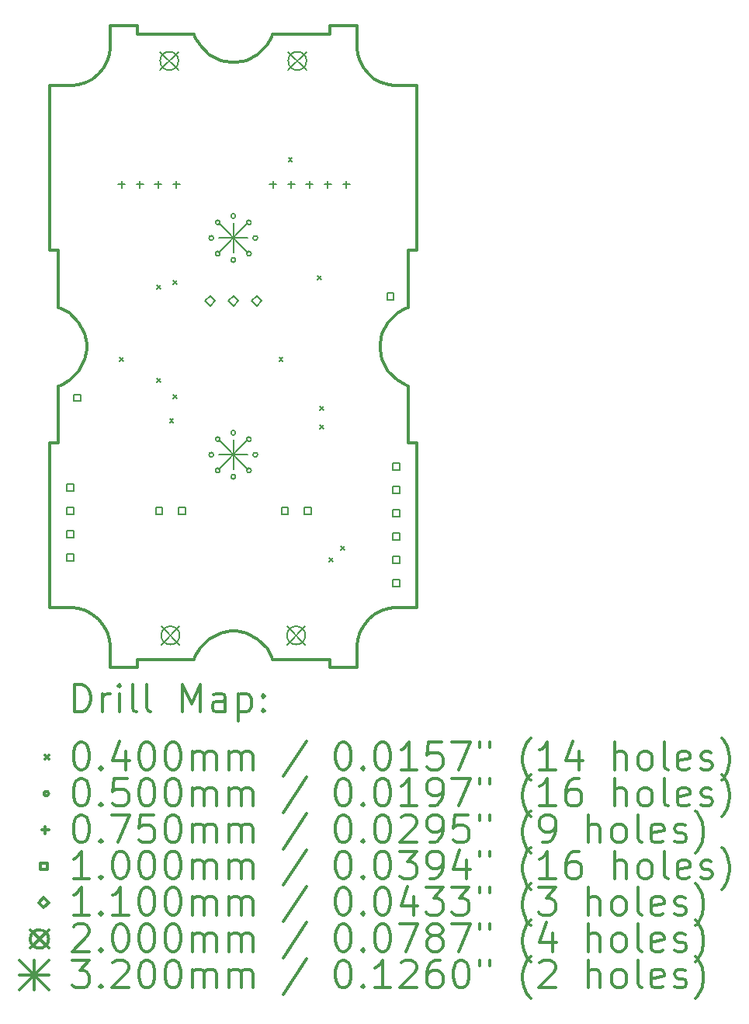
<source format=gbr>
%FSLAX45Y45*%
G04 Gerber Fmt 4.5, Leading zero omitted, Abs format (unit mm)*
G04 Created by KiCad (PCBNEW (5.1.10-1-10_14)) date 2021-12-02 22:53:45*
%MOMM*%
%LPD*%
G01*
G04 APERTURE LIST*
%TA.AperFunction,Profile*%
%ADD10C,0.330078*%
%TD*%
%ADD11C,0.200000*%
%ADD12C,0.300000*%
G04 APERTURE END LIST*
D10*
X16588534Y-4113199D02*
X16588534Y-4113199D01*
X16290899Y-4113199D02*
X16588534Y-4113199D01*
X16290899Y-4203175D02*
X16290899Y-4113199D01*
X15670417Y-4203175D02*
X16290899Y-4203175D01*
X15659570Y-4235968D02*
X15670417Y-4203175D01*
X15606367Y-4327658D02*
X15659570Y-4235968D01*
X15508502Y-4425865D02*
X15606367Y-4327658D01*
X15384279Y-4490313D02*
X15508502Y-4425865D01*
X15277029Y-4513501D02*
X15384279Y-4490313D01*
X15241295Y-4513501D02*
X15277029Y-4513501D01*
X15205496Y-4513501D02*
X15241295Y-4513501D01*
X15098197Y-4490313D02*
X15205496Y-4513501D01*
X14973982Y-4425865D02*
X15098197Y-4490313D01*
X14876117Y-4327658D02*
X14973982Y-4425865D01*
X14822914Y-4235968D02*
X14876117Y-4327658D01*
X14812108Y-4203175D02*
X14822914Y-4235968D01*
X14191675Y-4203175D02*
X14812108Y-4203175D01*
X14191675Y-4113199D02*
X14191675Y-4203175D01*
X13894040Y-4113199D02*
X14191675Y-4113199D01*
X13894040Y-4335011D02*
X13894040Y-4113199D01*
X13894040Y-4356705D02*
X13894040Y-4335011D01*
X13885265Y-4421859D02*
X13894040Y-4356705D01*
X13860102Y-4502752D02*
X13885265Y-4421859D01*
X13820338Y-4575966D02*
X13860102Y-4502752D01*
X13767660Y-4639788D02*
X13820338Y-4575966D01*
X13703830Y-4692471D02*
X13767660Y-4639788D01*
X13630612Y-4732234D02*
X13703830Y-4692471D01*
X13549724Y-4757398D02*
X13630612Y-4732234D01*
X13484572Y-4766164D02*
X13549724Y-4757398D01*
X13462885Y-4766164D02*
X13484572Y-4766164D01*
X13241069Y-4766164D02*
X13462885Y-4766164D01*
X13241069Y-6561147D02*
X13241069Y-4766164D01*
X13331039Y-6561147D02*
X13241069Y-6561147D01*
X13331039Y-7181979D02*
X13331039Y-6561147D01*
X13363746Y-7192866D02*
X13331039Y-7181979D01*
X13455082Y-7246117D02*
X13363746Y-7192866D01*
X13552942Y-7343934D02*
X13455082Y-7246117D01*
X13617124Y-7467979D02*
X13552942Y-7343934D01*
X13640222Y-7575058D02*
X13617124Y-7467979D01*
X13640222Y-7610767D02*
X13640222Y-7575058D01*
X13640222Y-7646420D02*
X13640222Y-7610767D01*
X13617124Y-7753540D02*
X13640222Y-7646420D01*
X13552942Y-7877576D02*
X13617124Y-7753540D01*
X13455082Y-7975393D02*
X13552942Y-7877576D01*
X13363746Y-8028693D02*
X13455082Y-7975393D01*
X13331039Y-8039581D02*
X13363746Y-8028693D01*
X13331039Y-8660371D02*
X13331039Y-8039581D01*
X13241069Y-8660371D02*
X13331039Y-8660371D01*
X13241069Y-10455387D02*
X13241069Y-8660371D01*
X13462885Y-10455387D02*
X13241069Y-10455387D01*
X13484572Y-10455387D02*
X13462885Y-10455387D01*
X13549724Y-10464121D02*
X13484572Y-10455387D01*
X13630612Y-10489293D02*
X13549724Y-10464121D01*
X13703830Y-10529048D02*
X13630612Y-10489293D01*
X13767660Y-10581727D02*
X13703830Y-10529048D01*
X13820338Y-10645557D02*
X13767660Y-10581727D01*
X13860102Y-10718775D02*
X13820338Y-10645557D01*
X13885265Y-10799663D02*
X13860102Y-10718775D01*
X13894040Y-10864815D02*
X13885265Y-10799663D01*
X13894040Y-10886547D02*
X13894040Y-10864815D01*
X13894040Y-11108318D02*
X13894040Y-10886547D01*
X14191675Y-11108318D02*
X13894040Y-11108318D01*
X14191675Y-11018393D02*
X14191675Y-11108318D01*
X14812774Y-11018393D02*
X14191675Y-11018393D01*
X14823711Y-10985728D02*
X14812774Y-11018393D01*
X14877043Y-10894658D02*
X14823711Y-10985728D01*
X14974811Y-10797063D02*
X14877043Y-10894658D01*
X15098734Y-10733057D02*
X14974811Y-10797063D01*
X15205618Y-10710090D02*
X15098734Y-10733057D01*
X15241295Y-10710090D02*
X15205618Y-10710090D01*
X15276907Y-10710090D02*
X15241295Y-10710090D01*
X15383791Y-10733057D02*
X15276907Y-10710090D01*
X15507665Y-10797063D02*
X15383791Y-10733057D01*
X15605482Y-10894658D02*
X15507665Y-10797063D01*
X15658782Y-10985728D02*
X15605482Y-10894658D01*
X15669751Y-11018393D02*
X15658782Y-10985728D01*
X16290899Y-11018393D02*
X15669751Y-11018393D01*
X16290899Y-11108318D02*
X16290899Y-11018393D01*
X16588534Y-11108318D02*
X16290899Y-11108318D01*
X16588534Y-10886547D02*
X16588534Y-11108318D01*
X16588534Y-10864815D02*
X16588534Y-10886547D01*
X16597260Y-10799663D02*
X16588534Y-10864815D01*
X16622431Y-10718775D02*
X16597260Y-10799663D01*
X16662195Y-10645557D02*
X16622431Y-10718775D01*
X16714829Y-10581727D02*
X16662195Y-10645557D01*
X16778651Y-10529048D02*
X16714829Y-10581727D01*
X16851873Y-10489293D02*
X16778651Y-10529048D01*
X16932758Y-10464121D02*
X16851873Y-10489293D01*
X16997920Y-10455387D02*
X16932758Y-10464121D01*
X17019638Y-10455387D02*
X16997920Y-10455387D01*
X17240541Y-10455387D02*
X17019638Y-10455387D01*
X17240541Y-8660371D02*
X17240541Y-10455387D01*
X17150564Y-8660371D02*
X17240541Y-8660371D01*
X17150564Y-8038386D02*
X17150564Y-8660371D01*
X17117772Y-8027629D02*
X17150564Y-8038386D01*
X17026252Y-7974727D02*
X17117772Y-8027629D01*
X16928175Y-7877227D02*
X17026252Y-7974727D01*
X16863776Y-7753402D02*
X16928175Y-7877227D01*
X16840677Y-7646420D02*
X16863776Y-7753402D01*
X16840677Y-7610767D02*
X16840677Y-7646420D01*
X16840677Y-7575091D02*
X16840677Y-7610767D01*
X16863776Y-7468117D02*
X16840677Y-7575091D01*
X16928175Y-7344243D02*
X16863776Y-7468117D01*
X17026252Y-7246784D02*
X16928175Y-7344243D01*
X17117772Y-7193882D02*
X17026252Y-7246784D01*
X17150564Y-7183173D02*
X17117772Y-7193882D01*
X17150564Y-6561147D02*
X17150564Y-7183173D01*
X17240541Y-6561147D02*
X17150564Y-6561147D01*
X17240541Y-4766164D02*
X17240541Y-6561147D01*
X17019638Y-4766164D02*
X17240541Y-4766164D01*
X16997920Y-4766164D02*
X17019638Y-4766164D01*
X16932758Y-4757398D02*
X16997920Y-4766164D01*
X16851873Y-4732234D02*
X16932758Y-4757398D01*
X16778651Y-4692471D02*
X16851873Y-4732234D01*
X16714829Y-4639788D02*
X16778651Y-4692471D01*
X16662195Y-4575966D02*
X16714829Y-4639788D01*
X16622431Y-4502752D02*
X16662195Y-4575966D01*
X16597260Y-4421859D02*
X16622431Y-4502752D01*
X16588534Y-4356705D02*
X16597260Y-4421859D01*
X16588534Y-4335011D02*
X16588534Y-4356705D01*
X16588534Y-4113199D02*
X16588534Y-4335011D01*
D11*
X14000800Y-7727000D02*
X14040800Y-7767000D01*
X14040800Y-7727000D02*
X14000800Y-7767000D01*
X14407200Y-6939600D02*
X14447200Y-6979600D01*
X14447200Y-6939600D02*
X14407200Y-6979600D01*
X14407200Y-7955600D02*
X14447200Y-7995600D01*
X14447200Y-7955600D02*
X14407200Y-7995600D01*
X14546900Y-8400100D02*
X14586900Y-8440100D01*
X14586900Y-8400100D02*
X14546900Y-8440100D01*
X14585000Y-6888800D02*
X14625000Y-6928800D01*
X14625000Y-6888800D02*
X14585000Y-6928800D01*
X14585000Y-8133400D02*
X14625000Y-8173400D01*
X14625000Y-8133400D02*
X14585000Y-8173400D01*
X15740700Y-7727000D02*
X15780700Y-7767000D01*
X15780700Y-7727000D02*
X15740700Y-7767000D01*
X15842300Y-5555300D02*
X15882300Y-5595300D01*
X15882300Y-5555300D02*
X15842300Y-5595300D01*
X16159800Y-6838000D02*
X16199800Y-6878000D01*
X16199800Y-6838000D02*
X16159800Y-6878000D01*
X16185200Y-8260400D02*
X16225200Y-8300400D01*
X16225200Y-8260400D02*
X16185200Y-8300400D01*
X16185200Y-8260400D02*
X16225200Y-8300400D01*
X16225200Y-8260400D02*
X16185200Y-8300400D01*
X16185200Y-8463600D02*
X16225200Y-8503600D01*
X16225200Y-8463600D02*
X16185200Y-8503600D01*
X16286800Y-9911400D02*
X16326800Y-9951400D01*
X16326800Y-9911400D02*
X16286800Y-9951400D01*
X16413800Y-9784400D02*
X16453800Y-9824400D01*
X16453800Y-9784400D02*
X16413800Y-9824400D01*
X15025000Y-6426200D02*
G75*
G03*
X15025000Y-6426200I-25000J0D01*
G01*
X15025000Y-8788400D02*
G75*
G03*
X15025000Y-8788400I-25000J0D01*
G01*
X15095294Y-6256494D02*
G75*
G03*
X15095294Y-6256494I-25000J0D01*
G01*
X15095294Y-6595906D02*
G75*
G03*
X15095294Y-6595906I-25000J0D01*
G01*
X15095294Y-8618694D02*
G75*
G03*
X15095294Y-8618694I-25000J0D01*
G01*
X15095294Y-8958106D02*
G75*
G03*
X15095294Y-8958106I-25000J0D01*
G01*
X15265000Y-6186200D02*
G75*
G03*
X15265000Y-6186200I-25000J0D01*
G01*
X15265000Y-6666200D02*
G75*
G03*
X15265000Y-6666200I-25000J0D01*
G01*
X15265000Y-8548400D02*
G75*
G03*
X15265000Y-8548400I-25000J0D01*
G01*
X15265000Y-9028400D02*
G75*
G03*
X15265000Y-9028400I-25000J0D01*
G01*
X15434706Y-6256494D02*
G75*
G03*
X15434706Y-6256494I-25000J0D01*
G01*
X15434706Y-6595906D02*
G75*
G03*
X15434706Y-6595906I-25000J0D01*
G01*
X15434706Y-8618694D02*
G75*
G03*
X15434706Y-8618694I-25000J0D01*
G01*
X15434706Y-8958106D02*
G75*
G03*
X15434706Y-8958106I-25000J0D01*
G01*
X15505000Y-6426200D02*
G75*
G03*
X15505000Y-6426200I-25000J0D01*
G01*
X15505000Y-8788400D02*
G75*
G03*
X15505000Y-8788400I-25000J0D01*
G01*
X14020800Y-5804500D02*
X14020800Y-5879500D01*
X13983300Y-5842000D02*
X14058300Y-5842000D01*
X14220800Y-5804500D02*
X14220800Y-5879500D01*
X14183300Y-5842000D02*
X14258300Y-5842000D01*
X14420800Y-5804500D02*
X14420800Y-5879500D01*
X14383300Y-5842000D02*
X14458300Y-5842000D01*
X14620800Y-5804500D02*
X14620800Y-5879500D01*
X14583300Y-5842000D02*
X14658300Y-5842000D01*
X15671800Y-5804500D02*
X15671800Y-5879500D01*
X15634300Y-5842000D02*
X15709300Y-5842000D01*
X15871800Y-5804500D02*
X15871800Y-5879500D01*
X15834300Y-5842000D02*
X15909300Y-5842000D01*
X16071800Y-5804500D02*
X16071800Y-5879500D01*
X16034300Y-5842000D02*
X16109300Y-5842000D01*
X16271800Y-5804500D02*
X16271800Y-5879500D01*
X16234300Y-5842000D02*
X16309300Y-5842000D01*
X16471800Y-5804500D02*
X16471800Y-5879500D01*
X16434300Y-5842000D02*
X16509300Y-5842000D01*
X13497356Y-9179356D02*
X13497356Y-9108644D01*
X13426644Y-9108644D01*
X13426644Y-9179356D01*
X13497356Y-9179356D01*
X13497356Y-9433356D02*
X13497356Y-9362644D01*
X13426644Y-9362644D01*
X13426644Y-9433356D01*
X13497356Y-9433356D01*
X13497356Y-9687356D02*
X13497356Y-9616644D01*
X13426644Y-9616644D01*
X13426644Y-9687356D01*
X13497356Y-9687356D01*
X13497356Y-9941356D02*
X13497356Y-9870644D01*
X13426644Y-9870644D01*
X13426644Y-9941356D01*
X13497356Y-9941356D01*
X13573556Y-8201456D02*
X13573556Y-8130744D01*
X13502844Y-8130744D01*
X13502844Y-8201456D01*
X13573556Y-8201456D01*
X14466556Y-9433356D02*
X14466556Y-9362644D01*
X14395844Y-9362644D01*
X14395844Y-9433356D01*
X14466556Y-9433356D01*
X14716556Y-9433356D02*
X14716556Y-9362644D01*
X14645844Y-9362644D01*
X14645844Y-9433356D01*
X14716556Y-9433356D01*
X15838156Y-9433356D02*
X15838156Y-9362644D01*
X15767444Y-9362644D01*
X15767444Y-9433356D01*
X15838156Y-9433356D01*
X16088156Y-9433356D02*
X16088156Y-9362644D01*
X16017444Y-9362644D01*
X16017444Y-9433356D01*
X16088156Y-9433356D01*
X16989856Y-7096556D02*
X16989856Y-7025844D01*
X16919144Y-7025844D01*
X16919144Y-7096556D01*
X16989856Y-7096556D01*
X17053356Y-8950756D02*
X17053356Y-8880044D01*
X16982644Y-8880044D01*
X16982644Y-8950756D01*
X17053356Y-8950756D01*
X17053356Y-9204756D02*
X17053356Y-9134044D01*
X16982644Y-9134044D01*
X16982644Y-9204756D01*
X17053356Y-9204756D01*
X17053356Y-9458756D02*
X17053356Y-9388044D01*
X16982644Y-9388044D01*
X16982644Y-9458756D01*
X17053356Y-9458756D01*
X17053356Y-9712756D02*
X17053356Y-9642044D01*
X16982644Y-9642044D01*
X16982644Y-9712756D01*
X17053356Y-9712756D01*
X17053356Y-9966756D02*
X17053356Y-9896044D01*
X16982644Y-9896044D01*
X16982644Y-9966756D01*
X17053356Y-9966756D01*
X17053356Y-10220756D02*
X17053356Y-10150044D01*
X16982644Y-10150044D01*
X16982644Y-10220756D01*
X17053356Y-10220756D01*
X14986000Y-7167000D02*
X15041000Y-7112000D01*
X14986000Y-7057000D01*
X14931000Y-7112000D01*
X14986000Y-7167000D01*
X15240000Y-7167000D02*
X15295000Y-7112000D01*
X15240000Y-7057000D01*
X15185000Y-7112000D01*
X15240000Y-7167000D01*
X15494000Y-7167000D02*
X15549000Y-7112000D01*
X15494000Y-7057000D01*
X15439000Y-7112000D01*
X15494000Y-7167000D01*
X14441500Y-4395800D02*
X14641500Y-4595800D01*
X14641500Y-4395800D02*
X14441500Y-4595800D01*
X14641500Y-4495800D02*
G75*
G03*
X14641500Y-4495800I-100000J0D01*
G01*
X14454200Y-10656900D02*
X14654200Y-10856900D01*
X14654200Y-10656900D02*
X14454200Y-10856900D01*
X14654200Y-10756900D02*
G75*
G03*
X14654200Y-10756900I-100000J0D01*
G01*
X15825800Y-10656900D02*
X16025800Y-10856900D01*
X16025800Y-10656900D02*
X15825800Y-10856900D01*
X16025800Y-10756900D02*
G75*
G03*
X16025800Y-10756900I-100000J0D01*
G01*
X15838500Y-4395800D02*
X16038500Y-4595800D01*
X16038500Y-4395800D02*
X15838500Y-4595800D01*
X16038500Y-4495800D02*
G75*
G03*
X16038500Y-4495800I-100000J0D01*
G01*
X15080000Y-6266200D02*
X15400000Y-6586200D01*
X15400000Y-6266200D02*
X15080000Y-6586200D01*
X15240000Y-6266200D02*
X15240000Y-6586200D01*
X15080000Y-6426200D02*
X15400000Y-6426200D01*
X15080000Y-8628400D02*
X15400000Y-8948400D01*
X15400000Y-8628400D02*
X15080000Y-8948400D01*
X15240000Y-8628400D02*
X15240000Y-8948400D01*
X15080000Y-8788400D02*
X15400000Y-8788400D01*
D12*
X13510994Y-11590536D02*
X13510994Y-11290536D01*
X13582423Y-11290536D01*
X13625280Y-11304822D01*
X13653851Y-11333393D01*
X13668137Y-11361964D01*
X13682423Y-11419107D01*
X13682423Y-11461964D01*
X13668137Y-11519107D01*
X13653851Y-11547679D01*
X13625280Y-11576250D01*
X13582423Y-11590536D01*
X13510994Y-11590536D01*
X13810994Y-11590536D02*
X13810994Y-11390536D01*
X13810994Y-11447679D02*
X13825280Y-11419107D01*
X13839565Y-11404822D01*
X13868137Y-11390536D01*
X13896708Y-11390536D01*
X13996708Y-11590536D02*
X13996708Y-11390536D01*
X13996708Y-11290536D02*
X13982423Y-11304822D01*
X13996708Y-11319107D01*
X14010994Y-11304822D01*
X13996708Y-11290536D01*
X13996708Y-11319107D01*
X14182423Y-11590536D02*
X14153851Y-11576250D01*
X14139565Y-11547679D01*
X14139565Y-11290536D01*
X14339565Y-11590536D02*
X14310994Y-11576250D01*
X14296708Y-11547679D01*
X14296708Y-11290536D01*
X14682423Y-11590536D02*
X14682423Y-11290536D01*
X14782423Y-11504822D01*
X14882423Y-11290536D01*
X14882423Y-11590536D01*
X15153851Y-11590536D02*
X15153851Y-11433393D01*
X15139565Y-11404822D01*
X15110994Y-11390536D01*
X15053851Y-11390536D01*
X15025280Y-11404822D01*
X15153851Y-11576250D02*
X15125280Y-11590536D01*
X15053851Y-11590536D01*
X15025280Y-11576250D01*
X15010994Y-11547679D01*
X15010994Y-11519107D01*
X15025280Y-11490536D01*
X15053851Y-11476250D01*
X15125280Y-11476250D01*
X15153851Y-11461964D01*
X15296708Y-11390536D02*
X15296708Y-11690536D01*
X15296708Y-11404822D02*
X15325280Y-11390536D01*
X15382423Y-11390536D01*
X15410994Y-11404822D01*
X15425280Y-11419107D01*
X15439565Y-11447679D01*
X15439565Y-11533393D01*
X15425280Y-11561964D01*
X15410994Y-11576250D01*
X15382423Y-11590536D01*
X15325280Y-11590536D01*
X15296708Y-11576250D01*
X15568137Y-11561964D02*
X15582423Y-11576250D01*
X15568137Y-11590536D01*
X15553851Y-11576250D01*
X15568137Y-11561964D01*
X15568137Y-11590536D01*
X15568137Y-11404822D02*
X15582423Y-11419107D01*
X15568137Y-11433393D01*
X15553851Y-11419107D01*
X15568137Y-11404822D01*
X15568137Y-11433393D01*
X13184565Y-12064822D02*
X13224565Y-12104822D01*
X13224565Y-12064822D02*
X13184565Y-12104822D01*
X13568137Y-11920536D02*
X13596708Y-11920536D01*
X13625280Y-11934822D01*
X13639565Y-11949107D01*
X13653851Y-11977679D01*
X13668137Y-12034822D01*
X13668137Y-12106250D01*
X13653851Y-12163393D01*
X13639565Y-12191964D01*
X13625280Y-12206250D01*
X13596708Y-12220536D01*
X13568137Y-12220536D01*
X13539565Y-12206250D01*
X13525280Y-12191964D01*
X13510994Y-12163393D01*
X13496708Y-12106250D01*
X13496708Y-12034822D01*
X13510994Y-11977679D01*
X13525280Y-11949107D01*
X13539565Y-11934822D01*
X13568137Y-11920536D01*
X13796708Y-12191964D02*
X13810994Y-12206250D01*
X13796708Y-12220536D01*
X13782423Y-12206250D01*
X13796708Y-12191964D01*
X13796708Y-12220536D01*
X14068137Y-12020536D02*
X14068137Y-12220536D01*
X13996708Y-11906250D02*
X13925280Y-12120536D01*
X14110994Y-12120536D01*
X14282423Y-11920536D02*
X14310994Y-11920536D01*
X14339565Y-11934822D01*
X14353851Y-11949107D01*
X14368137Y-11977679D01*
X14382423Y-12034822D01*
X14382423Y-12106250D01*
X14368137Y-12163393D01*
X14353851Y-12191964D01*
X14339565Y-12206250D01*
X14310994Y-12220536D01*
X14282423Y-12220536D01*
X14253851Y-12206250D01*
X14239565Y-12191964D01*
X14225280Y-12163393D01*
X14210994Y-12106250D01*
X14210994Y-12034822D01*
X14225280Y-11977679D01*
X14239565Y-11949107D01*
X14253851Y-11934822D01*
X14282423Y-11920536D01*
X14568137Y-11920536D02*
X14596708Y-11920536D01*
X14625280Y-11934822D01*
X14639565Y-11949107D01*
X14653851Y-11977679D01*
X14668137Y-12034822D01*
X14668137Y-12106250D01*
X14653851Y-12163393D01*
X14639565Y-12191964D01*
X14625280Y-12206250D01*
X14596708Y-12220536D01*
X14568137Y-12220536D01*
X14539565Y-12206250D01*
X14525280Y-12191964D01*
X14510994Y-12163393D01*
X14496708Y-12106250D01*
X14496708Y-12034822D01*
X14510994Y-11977679D01*
X14525280Y-11949107D01*
X14539565Y-11934822D01*
X14568137Y-11920536D01*
X14796708Y-12220536D02*
X14796708Y-12020536D01*
X14796708Y-12049107D02*
X14810994Y-12034822D01*
X14839565Y-12020536D01*
X14882423Y-12020536D01*
X14910994Y-12034822D01*
X14925280Y-12063393D01*
X14925280Y-12220536D01*
X14925280Y-12063393D02*
X14939565Y-12034822D01*
X14968137Y-12020536D01*
X15010994Y-12020536D01*
X15039565Y-12034822D01*
X15053851Y-12063393D01*
X15053851Y-12220536D01*
X15196708Y-12220536D02*
X15196708Y-12020536D01*
X15196708Y-12049107D02*
X15210994Y-12034822D01*
X15239565Y-12020536D01*
X15282423Y-12020536D01*
X15310994Y-12034822D01*
X15325280Y-12063393D01*
X15325280Y-12220536D01*
X15325280Y-12063393D02*
X15339565Y-12034822D01*
X15368137Y-12020536D01*
X15410994Y-12020536D01*
X15439565Y-12034822D01*
X15453851Y-12063393D01*
X15453851Y-12220536D01*
X16039565Y-11906250D02*
X15782423Y-12291964D01*
X16425280Y-11920536D02*
X16453851Y-11920536D01*
X16482423Y-11934822D01*
X16496708Y-11949107D01*
X16510994Y-11977679D01*
X16525280Y-12034822D01*
X16525280Y-12106250D01*
X16510994Y-12163393D01*
X16496708Y-12191964D01*
X16482423Y-12206250D01*
X16453851Y-12220536D01*
X16425280Y-12220536D01*
X16396708Y-12206250D01*
X16382423Y-12191964D01*
X16368137Y-12163393D01*
X16353851Y-12106250D01*
X16353851Y-12034822D01*
X16368137Y-11977679D01*
X16382423Y-11949107D01*
X16396708Y-11934822D01*
X16425280Y-11920536D01*
X16653851Y-12191964D02*
X16668137Y-12206250D01*
X16653851Y-12220536D01*
X16639565Y-12206250D01*
X16653851Y-12191964D01*
X16653851Y-12220536D01*
X16853851Y-11920536D02*
X16882423Y-11920536D01*
X16910994Y-11934822D01*
X16925280Y-11949107D01*
X16939566Y-11977679D01*
X16953851Y-12034822D01*
X16953851Y-12106250D01*
X16939566Y-12163393D01*
X16925280Y-12191964D01*
X16910994Y-12206250D01*
X16882423Y-12220536D01*
X16853851Y-12220536D01*
X16825280Y-12206250D01*
X16810994Y-12191964D01*
X16796708Y-12163393D01*
X16782423Y-12106250D01*
X16782423Y-12034822D01*
X16796708Y-11977679D01*
X16810994Y-11949107D01*
X16825280Y-11934822D01*
X16853851Y-11920536D01*
X17239566Y-12220536D02*
X17068137Y-12220536D01*
X17153851Y-12220536D02*
X17153851Y-11920536D01*
X17125280Y-11963393D01*
X17096708Y-11991964D01*
X17068137Y-12006250D01*
X17510994Y-11920536D02*
X17368137Y-11920536D01*
X17353851Y-12063393D01*
X17368137Y-12049107D01*
X17396708Y-12034822D01*
X17468137Y-12034822D01*
X17496708Y-12049107D01*
X17510994Y-12063393D01*
X17525280Y-12091964D01*
X17525280Y-12163393D01*
X17510994Y-12191964D01*
X17496708Y-12206250D01*
X17468137Y-12220536D01*
X17396708Y-12220536D01*
X17368137Y-12206250D01*
X17353851Y-12191964D01*
X17625280Y-11920536D02*
X17825280Y-11920536D01*
X17696708Y-12220536D01*
X17925280Y-11920536D02*
X17925280Y-11977679D01*
X18039566Y-11920536D02*
X18039566Y-11977679D01*
X18482423Y-12334822D02*
X18468137Y-12320536D01*
X18439566Y-12277679D01*
X18425280Y-12249107D01*
X18410994Y-12206250D01*
X18396708Y-12134822D01*
X18396708Y-12077679D01*
X18410994Y-12006250D01*
X18425280Y-11963393D01*
X18439566Y-11934822D01*
X18468137Y-11891964D01*
X18482423Y-11877679D01*
X18753851Y-12220536D02*
X18582423Y-12220536D01*
X18668137Y-12220536D02*
X18668137Y-11920536D01*
X18639566Y-11963393D01*
X18610994Y-11991964D01*
X18582423Y-12006250D01*
X19010994Y-12020536D02*
X19010994Y-12220536D01*
X18939566Y-11906250D02*
X18868137Y-12120536D01*
X19053851Y-12120536D01*
X19396708Y-12220536D02*
X19396708Y-11920536D01*
X19525280Y-12220536D02*
X19525280Y-12063393D01*
X19510994Y-12034822D01*
X19482423Y-12020536D01*
X19439566Y-12020536D01*
X19410994Y-12034822D01*
X19396708Y-12049107D01*
X19710994Y-12220536D02*
X19682423Y-12206250D01*
X19668137Y-12191964D01*
X19653851Y-12163393D01*
X19653851Y-12077679D01*
X19668137Y-12049107D01*
X19682423Y-12034822D01*
X19710994Y-12020536D01*
X19753851Y-12020536D01*
X19782423Y-12034822D01*
X19796708Y-12049107D01*
X19810994Y-12077679D01*
X19810994Y-12163393D01*
X19796708Y-12191964D01*
X19782423Y-12206250D01*
X19753851Y-12220536D01*
X19710994Y-12220536D01*
X19982423Y-12220536D02*
X19953851Y-12206250D01*
X19939566Y-12177679D01*
X19939566Y-11920536D01*
X20210994Y-12206250D02*
X20182423Y-12220536D01*
X20125280Y-12220536D01*
X20096708Y-12206250D01*
X20082423Y-12177679D01*
X20082423Y-12063393D01*
X20096708Y-12034822D01*
X20125280Y-12020536D01*
X20182423Y-12020536D01*
X20210994Y-12034822D01*
X20225280Y-12063393D01*
X20225280Y-12091964D01*
X20082423Y-12120536D01*
X20339566Y-12206250D02*
X20368137Y-12220536D01*
X20425280Y-12220536D01*
X20453851Y-12206250D01*
X20468137Y-12177679D01*
X20468137Y-12163393D01*
X20453851Y-12134822D01*
X20425280Y-12120536D01*
X20382423Y-12120536D01*
X20353851Y-12106250D01*
X20339566Y-12077679D01*
X20339566Y-12063393D01*
X20353851Y-12034822D01*
X20382423Y-12020536D01*
X20425280Y-12020536D01*
X20453851Y-12034822D01*
X20568137Y-12334822D02*
X20582423Y-12320536D01*
X20610994Y-12277679D01*
X20625280Y-12249107D01*
X20639566Y-12206250D01*
X20653851Y-12134822D01*
X20653851Y-12077679D01*
X20639566Y-12006250D01*
X20625280Y-11963393D01*
X20610994Y-11934822D01*
X20582423Y-11891964D01*
X20568137Y-11877679D01*
X13224565Y-12480822D02*
G75*
G03*
X13224565Y-12480822I-25000J0D01*
G01*
X13568137Y-12316536D02*
X13596708Y-12316536D01*
X13625280Y-12330822D01*
X13639565Y-12345107D01*
X13653851Y-12373679D01*
X13668137Y-12430822D01*
X13668137Y-12502250D01*
X13653851Y-12559393D01*
X13639565Y-12587964D01*
X13625280Y-12602250D01*
X13596708Y-12616536D01*
X13568137Y-12616536D01*
X13539565Y-12602250D01*
X13525280Y-12587964D01*
X13510994Y-12559393D01*
X13496708Y-12502250D01*
X13496708Y-12430822D01*
X13510994Y-12373679D01*
X13525280Y-12345107D01*
X13539565Y-12330822D01*
X13568137Y-12316536D01*
X13796708Y-12587964D02*
X13810994Y-12602250D01*
X13796708Y-12616536D01*
X13782423Y-12602250D01*
X13796708Y-12587964D01*
X13796708Y-12616536D01*
X14082423Y-12316536D02*
X13939565Y-12316536D01*
X13925280Y-12459393D01*
X13939565Y-12445107D01*
X13968137Y-12430822D01*
X14039565Y-12430822D01*
X14068137Y-12445107D01*
X14082423Y-12459393D01*
X14096708Y-12487964D01*
X14096708Y-12559393D01*
X14082423Y-12587964D01*
X14068137Y-12602250D01*
X14039565Y-12616536D01*
X13968137Y-12616536D01*
X13939565Y-12602250D01*
X13925280Y-12587964D01*
X14282423Y-12316536D02*
X14310994Y-12316536D01*
X14339565Y-12330822D01*
X14353851Y-12345107D01*
X14368137Y-12373679D01*
X14382423Y-12430822D01*
X14382423Y-12502250D01*
X14368137Y-12559393D01*
X14353851Y-12587964D01*
X14339565Y-12602250D01*
X14310994Y-12616536D01*
X14282423Y-12616536D01*
X14253851Y-12602250D01*
X14239565Y-12587964D01*
X14225280Y-12559393D01*
X14210994Y-12502250D01*
X14210994Y-12430822D01*
X14225280Y-12373679D01*
X14239565Y-12345107D01*
X14253851Y-12330822D01*
X14282423Y-12316536D01*
X14568137Y-12316536D02*
X14596708Y-12316536D01*
X14625280Y-12330822D01*
X14639565Y-12345107D01*
X14653851Y-12373679D01*
X14668137Y-12430822D01*
X14668137Y-12502250D01*
X14653851Y-12559393D01*
X14639565Y-12587964D01*
X14625280Y-12602250D01*
X14596708Y-12616536D01*
X14568137Y-12616536D01*
X14539565Y-12602250D01*
X14525280Y-12587964D01*
X14510994Y-12559393D01*
X14496708Y-12502250D01*
X14496708Y-12430822D01*
X14510994Y-12373679D01*
X14525280Y-12345107D01*
X14539565Y-12330822D01*
X14568137Y-12316536D01*
X14796708Y-12616536D02*
X14796708Y-12416536D01*
X14796708Y-12445107D02*
X14810994Y-12430822D01*
X14839565Y-12416536D01*
X14882423Y-12416536D01*
X14910994Y-12430822D01*
X14925280Y-12459393D01*
X14925280Y-12616536D01*
X14925280Y-12459393D02*
X14939565Y-12430822D01*
X14968137Y-12416536D01*
X15010994Y-12416536D01*
X15039565Y-12430822D01*
X15053851Y-12459393D01*
X15053851Y-12616536D01*
X15196708Y-12616536D02*
X15196708Y-12416536D01*
X15196708Y-12445107D02*
X15210994Y-12430822D01*
X15239565Y-12416536D01*
X15282423Y-12416536D01*
X15310994Y-12430822D01*
X15325280Y-12459393D01*
X15325280Y-12616536D01*
X15325280Y-12459393D02*
X15339565Y-12430822D01*
X15368137Y-12416536D01*
X15410994Y-12416536D01*
X15439565Y-12430822D01*
X15453851Y-12459393D01*
X15453851Y-12616536D01*
X16039565Y-12302250D02*
X15782423Y-12687964D01*
X16425280Y-12316536D02*
X16453851Y-12316536D01*
X16482423Y-12330822D01*
X16496708Y-12345107D01*
X16510994Y-12373679D01*
X16525280Y-12430822D01*
X16525280Y-12502250D01*
X16510994Y-12559393D01*
X16496708Y-12587964D01*
X16482423Y-12602250D01*
X16453851Y-12616536D01*
X16425280Y-12616536D01*
X16396708Y-12602250D01*
X16382423Y-12587964D01*
X16368137Y-12559393D01*
X16353851Y-12502250D01*
X16353851Y-12430822D01*
X16368137Y-12373679D01*
X16382423Y-12345107D01*
X16396708Y-12330822D01*
X16425280Y-12316536D01*
X16653851Y-12587964D02*
X16668137Y-12602250D01*
X16653851Y-12616536D01*
X16639565Y-12602250D01*
X16653851Y-12587964D01*
X16653851Y-12616536D01*
X16853851Y-12316536D02*
X16882423Y-12316536D01*
X16910994Y-12330822D01*
X16925280Y-12345107D01*
X16939566Y-12373679D01*
X16953851Y-12430822D01*
X16953851Y-12502250D01*
X16939566Y-12559393D01*
X16925280Y-12587964D01*
X16910994Y-12602250D01*
X16882423Y-12616536D01*
X16853851Y-12616536D01*
X16825280Y-12602250D01*
X16810994Y-12587964D01*
X16796708Y-12559393D01*
X16782423Y-12502250D01*
X16782423Y-12430822D01*
X16796708Y-12373679D01*
X16810994Y-12345107D01*
X16825280Y-12330822D01*
X16853851Y-12316536D01*
X17239566Y-12616536D02*
X17068137Y-12616536D01*
X17153851Y-12616536D02*
X17153851Y-12316536D01*
X17125280Y-12359393D01*
X17096708Y-12387964D01*
X17068137Y-12402250D01*
X17382423Y-12616536D02*
X17439566Y-12616536D01*
X17468137Y-12602250D01*
X17482423Y-12587964D01*
X17510994Y-12545107D01*
X17525280Y-12487964D01*
X17525280Y-12373679D01*
X17510994Y-12345107D01*
X17496708Y-12330822D01*
X17468137Y-12316536D01*
X17410994Y-12316536D01*
X17382423Y-12330822D01*
X17368137Y-12345107D01*
X17353851Y-12373679D01*
X17353851Y-12445107D01*
X17368137Y-12473679D01*
X17382423Y-12487964D01*
X17410994Y-12502250D01*
X17468137Y-12502250D01*
X17496708Y-12487964D01*
X17510994Y-12473679D01*
X17525280Y-12445107D01*
X17625280Y-12316536D02*
X17825280Y-12316536D01*
X17696708Y-12616536D01*
X17925280Y-12316536D02*
X17925280Y-12373679D01*
X18039566Y-12316536D02*
X18039566Y-12373679D01*
X18482423Y-12730822D02*
X18468137Y-12716536D01*
X18439566Y-12673679D01*
X18425280Y-12645107D01*
X18410994Y-12602250D01*
X18396708Y-12530822D01*
X18396708Y-12473679D01*
X18410994Y-12402250D01*
X18425280Y-12359393D01*
X18439566Y-12330822D01*
X18468137Y-12287964D01*
X18482423Y-12273679D01*
X18753851Y-12616536D02*
X18582423Y-12616536D01*
X18668137Y-12616536D02*
X18668137Y-12316536D01*
X18639566Y-12359393D01*
X18610994Y-12387964D01*
X18582423Y-12402250D01*
X19010994Y-12316536D02*
X18953851Y-12316536D01*
X18925280Y-12330822D01*
X18910994Y-12345107D01*
X18882423Y-12387964D01*
X18868137Y-12445107D01*
X18868137Y-12559393D01*
X18882423Y-12587964D01*
X18896708Y-12602250D01*
X18925280Y-12616536D01*
X18982423Y-12616536D01*
X19010994Y-12602250D01*
X19025280Y-12587964D01*
X19039566Y-12559393D01*
X19039566Y-12487964D01*
X19025280Y-12459393D01*
X19010994Y-12445107D01*
X18982423Y-12430822D01*
X18925280Y-12430822D01*
X18896708Y-12445107D01*
X18882423Y-12459393D01*
X18868137Y-12487964D01*
X19396708Y-12616536D02*
X19396708Y-12316536D01*
X19525280Y-12616536D02*
X19525280Y-12459393D01*
X19510994Y-12430822D01*
X19482423Y-12416536D01*
X19439566Y-12416536D01*
X19410994Y-12430822D01*
X19396708Y-12445107D01*
X19710994Y-12616536D02*
X19682423Y-12602250D01*
X19668137Y-12587964D01*
X19653851Y-12559393D01*
X19653851Y-12473679D01*
X19668137Y-12445107D01*
X19682423Y-12430822D01*
X19710994Y-12416536D01*
X19753851Y-12416536D01*
X19782423Y-12430822D01*
X19796708Y-12445107D01*
X19810994Y-12473679D01*
X19810994Y-12559393D01*
X19796708Y-12587964D01*
X19782423Y-12602250D01*
X19753851Y-12616536D01*
X19710994Y-12616536D01*
X19982423Y-12616536D02*
X19953851Y-12602250D01*
X19939566Y-12573679D01*
X19939566Y-12316536D01*
X20210994Y-12602250D02*
X20182423Y-12616536D01*
X20125280Y-12616536D01*
X20096708Y-12602250D01*
X20082423Y-12573679D01*
X20082423Y-12459393D01*
X20096708Y-12430822D01*
X20125280Y-12416536D01*
X20182423Y-12416536D01*
X20210994Y-12430822D01*
X20225280Y-12459393D01*
X20225280Y-12487964D01*
X20082423Y-12516536D01*
X20339566Y-12602250D02*
X20368137Y-12616536D01*
X20425280Y-12616536D01*
X20453851Y-12602250D01*
X20468137Y-12573679D01*
X20468137Y-12559393D01*
X20453851Y-12530822D01*
X20425280Y-12516536D01*
X20382423Y-12516536D01*
X20353851Y-12502250D01*
X20339566Y-12473679D01*
X20339566Y-12459393D01*
X20353851Y-12430822D01*
X20382423Y-12416536D01*
X20425280Y-12416536D01*
X20453851Y-12430822D01*
X20568137Y-12730822D02*
X20582423Y-12716536D01*
X20610994Y-12673679D01*
X20625280Y-12645107D01*
X20639566Y-12602250D01*
X20653851Y-12530822D01*
X20653851Y-12473679D01*
X20639566Y-12402250D01*
X20625280Y-12359393D01*
X20610994Y-12330822D01*
X20582423Y-12287964D01*
X20568137Y-12273679D01*
X13187065Y-12839322D02*
X13187065Y-12914322D01*
X13149565Y-12876822D02*
X13224565Y-12876822D01*
X13568137Y-12712536D02*
X13596708Y-12712536D01*
X13625280Y-12726822D01*
X13639565Y-12741107D01*
X13653851Y-12769679D01*
X13668137Y-12826822D01*
X13668137Y-12898250D01*
X13653851Y-12955393D01*
X13639565Y-12983964D01*
X13625280Y-12998250D01*
X13596708Y-13012536D01*
X13568137Y-13012536D01*
X13539565Y-12998250D01*
X13525280Y-12983964D01*
X13510994Y-12955393D01*
X13496708Y-12898250D01*
X13496708Y-12826822D01*
X13510994Y-12769679D01*
X13525280Y-12741107D01*
X13539565Y-12726822D01*
X13568137Y-12712536D01*
X13796708Y-12983964D02*
X13810994Y-12998250D01*
X13796708Y-13012536D01*
X13782423Y-12998250D01*
X13796708Y-12983964D01*
X13796708Y-13012536D01*
X13910994Y-12712536D02*
X14110994Y-12712536D01*
X13982423Y-13012536D01*
X14368137Y-12712536D02*
X14225280Y-12712536D01*
X14210994Y-12855393D01*
X14225280Y-12841107D01*
X14253851Y-12826822D01*
X14325280Y-12826822D01*
X14353851Y-12841107D01*
X14368137Y-12855393D01*
X14382423Y-12883964D01*
X14382423Y-12955393D01*
X14368137Y-12983964D01*
X14353851Y-12998250D01*
X14325280Y-13012536D01*
X14253851Y-13012536D01*
X14225280Y-12998250D01*
X14210994Y-12983964D01*
X14568137Y-12712536D02*
X14596708Y-12712536D01*
X14625280Y-12726822D01*
X14639565Y-12741107D01*
X14653851Y-12769679D01*
X14668137Y-12826822D01*
X14668137Y-12898250D01*
X14653851Y-12955393D01*
X14639565Y-12983964D01*
X14625280Y-12998250D01*
X14596708Y-13012536D01*
X14568137Y-13012536D01*
X14539565Y-12998250D01*
X14525280Y-12983964D01*
X14510994Y-12955393D01*
X14496708Y-12898250D01*
X14496708Y-12826822D01*
X14510994Y-12769679D01*
X14525280Y-12741107D01*
X14539565Y-12726822D01*
X14568137Y-12712536D01*
X14796708Y-13012536D02*
X14796708Y-12812536D01*
X14796708Y-12841107D02*
X14810994Y-12826822D01*
X14839565Y-12812536D01*
X14882423Y-12812536D01*
X14910994Y-12826822D01*
X14925280Y-12855393D01*
X14925280Y-13012536D01*
X14925280Y-12855393D02*
X14939565Y-12826822D01*
X14968137Y-12812536D01*
X15010994Y-12812536D01*
X15039565Y-12826822D01*
X15053851Y-12855393D01*
X15053851Y-13012536D01*
X15196708Y-13012536D02*
X15196708Y-12812536D01*
X15196708Y-12841107D02*
X15210994Y-12826822D01*
X15239565Y-12812536D01*
X15282423Y-12812536D01*
X15310994Y-12826822D01*
X15325280Y-12855393D01*
X15325280Y-13012536D01*
X15325280Y-12855393D02*
X15339565Y-12826822D01*
X15368137Y-12812536D01*
X15410994Y-12812536D01*
X15439565Y-12826822D01*
X15453851Y-12855393D01*
X15453851Y-13012536D01*
X16039565Y-12698250D02*
X15782423Y-13083964D01*
X16425280Y-12712536D02*
X16453851Y-12712536D01*
X16482423Y-12726822D01*
X16496708Y-12741107D01*
X16510994Y-12769679D01*
X16525280Y-12826822D01*
X16525280Y-12898250D01*
X16510994Y-12955393D01*
X16496708Y-12983964D01*
X16482423Y-12998250D01*
X16453851Y-13012536D01*
X16425280Y-13012536D01*
X16396708Y-12998250D01*
X16382423Y-12983964D01*
X16368137Y-12955393D01*
X16353851Y-12898250D01*
X16353851Y-12826822D01*
X16368137Y-12769679D01*
X16382423Y-12741107D01*
X16396708Y-12726822D01*
X16425280Y-12712536D01*
X16653851Y-12983964D02*
X16668137Y-12998250D01*
X16653851Y-13012536D01*
X16639565Y-12998250D01*
X16653851Y-12983964D01*
X16653851Y-13012536D01*
X16853851Y-12712536D02*
X16882423Y-12712536D01*
X16910994Y-12726822D01*
X16925280Y-12741107D01*
X16939566Y-12769679D01*
X16953851Y-12826822D01*
X16953851Y-12898250D01*
X16939566Y-12955393D01*
X16925280Y-12983964D01*
X16910994Y-12998250D01*
X16882423Y-13012536D01*
X16853851Y-13012536D01*
X16825280Y-12998250D01*
X16810994Y-12983964D01*
X16796708Y-12955393D01*
X16782423Y-12898250D01*
X16782423Y-12826822D01*
X16796708Y-12769679D01*
X16810994Y-12741107D01*
X16825280Y-12726822D01*
X16853851Y-12712536D01*
X17068137Y-12741107D02*
X17082423Y-12726822D01*
X17110994Y-12712536D01*
X17182423Y-12712536D01*
X17210994Y-12726822D01*
X17225280Y-12741107D01*
X17239566Y-12769679D01*
X17239566Y-12798250D01*
X17225280Y-12841107D01*
X17053851Y-13012536D01*
X17239566Y-13012536D01*
X17382423Y-13012536D02*
X17439566Y-13012536D01*
X17468137Y-12998250D01*
X17482423Y-12983964D01*
X17510994Y-12941107D01*
X17525280Y-12883964D01*
X17525280Y-12769679D01*
X17510994Y-12741107D01*
X17496708Y-12726822D01*
X17468137Y-12712536D01*
X17410994Y-12712536D01*
X17382423Y-12726822D01*
X17368137Y-12741107D01*
X17353851Y-12769679D01*
X17353851Y-12841107D01*
X17368137Y-12869679D01*
X17382423Y-12883964D01*
X17410994Y-12898250D01*
X17468137Y-12898250D01*
X17496708Y-12883964D01*
X17510994Y-12869679D01*
X17525280Y-12841107D01*
X17796708Y-12712536D02*
X17653851Y-12712536D01*
X17639566Y-12855393D01*
X17653851Y-12841107D01*
X17682423Y-12826822D01*
X17753851Y-12826822D01*
X17782423Y-12841107D01*
X17796708Y-12855393D01*
X17810994Y-12883964D01*
X17810994Y-12955393D01*
X17796708Y-12983964D01*
X17782423Y-12998250D01*
X17753851Y-13012536D01*
X17682423Y-13012536D01*
X17653851Y-12998250D01*
X17639566Y-12983964D01*
X17925280Y-12712536D02*
X17925280Y-12769679D01*
X18039566Y-12712536D02*
X18039566Y-12769679D01*
X18482423Y-13126822D02*
X18468137Y-13112536D01*
X18439566Y-13069679D01*
X18425280Y-13041107D01*
X18410994Y-12998250D01*
X18396708Y-12926822D01*
X18396708Y-12869679D01*
X18410994Y-12798250D01*
X18425280Y-12755393D01*
X18439566Y-12726822D01*
X18468137Y-12683964D01*
X18482423Y-12669679D01*
X18610994Y-13012536D02*
X18668137Y-13012536D01*
X18696708Y-12998250D01*
X18710994Y-12983964D01*
X18739566Y-12941107D01*
X18753851Y-12883964D01*
X18753851Y-12769679D01*
X18739566Y-12741107D01*
X18725280Y-12726822D01*
X18696708Y-12712536D01*
X18639566Y-12712536D01*
X18610994Y-12726822D01*
X18596708Y-12741107D01*
X18582423Y-12769679D01*
X18582423Y-12841107D01*
X18596708Y-12869679D01*
X18610994Y-12883964D01*
X18639566Y-12898250D01*
X18696708Y-12898250D01*
X18725280Y-12883964D01*
X18739566Y-12869679D01*
X18753851Y-12841107D01*
X19110994Y-13012536D02*
X19110994Y-12712536D01*
X19239566Y-13012536D02*
X19239566Y-12855393D01*
X19225280Y-12826822D01*
X19196708Y-12812536D01*
X19153851Y-12812536D01*
X19125280Y-12826822D01*
X19110994Y-12841107D01*
X19425280Y-13012536D02*
X19396708Y-12998250D01*
X19382423Y-12983964D01*
X19368137Y-12955393D01*
X19368137Y-12869679D01*
X19382423Y-12841107D01*
X19396708Y-12826822D01*
X19425280Y-12812536D01*
X19468137Y-12812536D01*
X19496708Y-12826822D01*
X19510994Y-12841107D01*
X19525280Y-12869679D01*
X19525280Y-12955393D01*
X19510994Y-12983964D01*
X19496708Y-12998250D01*
X19468137Y-13012536D01*
X19425280Y-13012536D01*
X19696708Y-13012536D02*
X19668137Y-12998250D01*
X19653851Y-12969679D01*
X19653851Y-12712536D01*
X19925280Y-12998250D02*
X19896708Y-13012536D01*
X19839566Y-13012536D01*
X19810994Y-12998250D01*
X19796708Y-12969679D01*
X19796708Y-12855393D01*
X19810994Y-12826822D01*
X19839566Y-12812536D01*
X19896708Y-12812536D01*
X19925280Y-12826822D01*
X19939566Y-12855393D01*
X19939566Y-12883964D01*
X19796708Y-12912536D01*
X20053851Y-12998250D02*
X20082423Y-13012536D01*
X20139566Y-13012536D01*
X20168137Y-12998250D01*
X20182423Y-12969679D01*
X20182423Y-12955393D01*
X20168137Y-12926822D01*
X20139566Y-12912536D01*
X20096708Y-12912536D01*
X20068137Y-12898250D01*
X20053851Y-12869679D01*
X20053851Y-12855393D01*
X20068137Y-12826822D01*
X20096708Y-12812536D01*
X20139566Y-12812536D01*
X20168137Y-12826822D01*
X20282423Y-13126822D02*
X20296708Y-13112536D01*
X20325280Y-13069679D01*
X20339566Y-13041107D01*
X20353851Y-12998250D01*
X20368137Y-12926822D01*
X20368137Y-12869679D01*
X20353851Y-12798250D01*
X20339566Y-12755393D01*
X20325280Y-12726822D01*
X20296708Y-12683964D01*
X20282423Y-12669679D01*
X13209921Y-13308177D02*
X13209921Y-13237466D01*
X13139210Y-13237466D01*
X13139210Y-13308177D01*
X13209921Y-13308177D01*
X13668137Y-13408536D02*
X13496708Y-13408536D01*
X13582423Y-13408536D02*
X13582423Y-13108536D01*
X13553851Y-13151393D01*
X13525280Y-13179964D01*
X13496708Y-13194250D01*
X13796708Y-13379964D02*
X13810994Y-13394250D01*
X13796708Y-13408536D01*
X13782423Y-13394250D01*
X13796708Y-13379964D01*
X13796708Y-13408536D01*
X13996708Y-13108536D02*
X14025280Y-13108536D01*
X14053851Y-13122822D01*
X14068137Y-13137107D01*
X14082423Y-13165679D01*
X14096708Y-13222822D01*
X14096708Y-13294250D01*
X14082423Y-13351393D01*
X14068137Y-13379964D01*
X14053851Y-13394250D01*
X14025280Y-13408536D01*
X13996708Y-13408536D01*
X13968137Y-13394250D01*
X13953851Y-13379964D01*
X13939565Y-13351393D01*
X13925280Y-13294250D01*
X13925280Y-13222822D01*
X13939565Y-13165679D01*
X13953851Y-13137107D01*
X13968137Y-13122822D01*
X13996708Y-13108536D01*
X14282423Y-13108536D02*
X14310994Y-13108536D01*
X14339565Y-13122822D01*
X14353851Y-13137107D01*
X14368137Y-13165679D01*
X14382423Y-13222822D01*
X14382423Y-13294250D01*
X14368137Y-13351393D01*
X14353851Y-13379964D01*
X14339565Y-13394250D01*
X14310994Y-13408536D01*
X14282423Y-13408536D01*
X14253851Y-13394250D01*
X14239565Y-13379964D01*
X14225280Y-13351393D01*
X14210994Y-13294250D01*
X14210994Y-13222822D01*
X14225280Y-13165679D01*
X14239565Y-13137107D01*
X14253851Y-13122822D01*
X14282423Y-13108536D01*
X14568137Y-13108536D02*
X14596708Y-13108536D01*
X14625280Y-13122822D01*
X14639565Y-13137107D01*
X14653851Y-13165679D01*
X14668137Y-13222822D01*
X14668137Y-13294250D01*
X14653851Y-13351393D01*
X14639565Y-13379964D01*
X14625280Y-13394250D01*
X14596708Y-13408536D01*
X14568137Y-13408536D01*
X14539565Y-13394250D01*
X14525280Y-13379964D01*
X14510994Y-13351393D01*
X14496708Y-13294250D01*
X14496708Y-13222822D01*
X14510994Y-13165679D01*
X14525280Y-13137107D01*
X14539565Y-13122822D01*
X14568137Y-13108536D01*
X14796708Y-13408536D02*
X14796708Y-13208536D01*
X14796708Y-13237107D02*
X14810994Y-13222822D01*
X14839565Y-13208536D01*
X14882423Y-13208536D01*
X14910994Y-13222822D01*
X14925280Y-13251393D01*
X14925280Y-13408536D01*
X14925280Y-13251393D02*
X14939565Y-13222822D01*
X14968137Y-13208536D01*
X15010994Y-13208536D01*
X15039565Y-13222822D01*
X15053851Y-13251393D01*
X15053851Y-13408536D01*
X15196708Y-13408536D02*
X15196708Y-13208536D01*
X15196708Y-13237107D02*
X15210994Y-13222822D01*
X15239565Y-13208536D01*
X15282423Y-13208536D01*
X15310994Y-13222822D01*
X15325280Y-13251393D01*
X15325280Y-13408536D01*
X15325280Y-13251393D02*
X15339565Y-13222822D01*
X15368137Y-13208536D01*
X15410994Y-13208536D01*
X15439565Y-13222822D01*
X15453851Y-13251393D01*
X15453851Y-13408536D01*
X16039565Y-13094250D02*
X15782423Y-13479964D01*
X16425280Y-13108536D02*
X16453851Y-13108536D01*
X16482423Y-13122822D01*
X16496708Y-13137107D01*
X16510994Y-13165679D01*
X16525280Y-13222822D01*
X16525280Y-13294250D01*
X16510994Y-13351393D01*
X16496708Y-13379964D01*
X16482423Y-13394250D01*
X16453851Y-13408536D01*
X16425280Y-13408536D01*
X16396708Y-13394250D01*
X16382423Y-13379964D01*
X16368137Y-13351393D01*
X16353851Y-13294250D01*
X16353851Y-13222822D01*
X16368137Y-13165679D01*
X16382423Y-13137107D01*
X16396708Y-13122822D01*
X16425280Y-13108536D01*
X16653851Y-13379964D02*
X16668137Y-13394250D01*
X16653851Y-13408536D01*
X16639565Y-13394250D01*
X16653851Y-13379964D01*
X16653851Y-13408536D01*
X16853851Y-13108536D02*
X16882423Y-13108536D01*
X16910994Y-13122822D01*
X16925280Y-13137107D01*
X16939566Y-13165679D01*
X16953851Y-13222822D01*
X16953851Y-13294250D01*
X16939566Y-13351393D01*
X16925280Y-13379964D01*
X16910994Y-13394250D01*
X16882423Y-13408536D01*
X16853851Y-13408536D01*
X16825280Y-13394250D01*
X16810994Y-13379964D01*
X16796708Y-13351393D01*
X16782423Y-13294250D01*
X16782423Y-13222822D01*
X16796708Y-13165679D01*
X16810994Y-13137107D01*
X16825280Y-13122822D01*
X16853851Y-13108536D01*
X17053851Y-13108536D02*
X17239566Y-13108536D01*
X17139566Y-13222822D01*
X17182423Y-13222822D01*
X17210994Y-13237107D01*
X17225280Y-13251393D01*
X17239566Y-13279964D01*
X17239566Y-13351393D01*
X17225280Y-13379964D01*
X17210994Y-13394250D01*
X17182423Y-13408536D01*
X17096708Y-13408536D01*
X17068137Y-13394250D01*
X17053851Y-13379964D01*
X17382423Y-13408536D02*
X17439566Y-13408536D01*
X17468137Y-13394250D01*
X17482423Y-13379964D01*
X17510994Y-13337107D01*
X17525280Y-13279964D01*
X17525280Y-13165679D01*
X17510994Y-13137107D01*
X17496708Y-13122822D01*
X17468137Y-13108536D01*
X17410994Y-13108536D01*
X17382423Y-13122822D01*
X17368137Y-13137107D01*
X17353851Y-13165679D01*
X17353851Y-13237107D01*
X17368137Y-13265679D01*
X17382423Y-13279964D01*
X17410994Y-13294250D01*
X17468137Y-13294250D01*
X17496708Y-13279964D01*
X17510994Y-13265679D01*
X17525280Y-13237107D01*
X17782423Y-13208536D02*
X17782423Y-13408536D01*
X17710994Y-13094250D02*
X17639566Y-13308536D01*
X17825280Y-13308536D01*
X17925280Y-13108536D02*
X17925280Y-13165679D01*
X18039566Y-13108536D02*
X18039566Y-13165679D01*
X18482423Y-13522822D02*
X18468137Y-13508536D01*
X18439566Y-13465679D01*
X18425280Y-13437107D01*
X18410994Y-13394250D01*
X18396708Y-13322822D01*
X18396708Y-13265679D01*
X18410994Y-13194250D01*
X18425280Y-13151393D01*
X18439566Y-13122822D01*
X18468137Y-13079964D01*
X18482423Y-13065679D01*
X18753851Y-13408536D02*
X18582423Y-13408536D01*
X18668137Y-13408536D02*
X18668137Y-13108536D01*
X18639566Y-13151393D01*
X18610994Y-13179964D01*
X18582423Y-13194250D01*
X19010994Y-13108536D02*
X18953851Y-13108536D01*
X18925280Y-13122822D01*
X18910994Y-13137107D01*
X18882423Y-13179964D01*
X18868137Y-13237107D01*
X18868137Y-13351393D01*
X18882423Y-13379964D01*
X18896708Y-13394250D01*
X18925280Y-13408536D01*
X18982423Y-13408536D01*
X19010994Y-13394250D01*
X19025280Y-13379964D01*
X19039566Y-13351393D01*
X19039566Y-13279964D01*
X19025280Y-13251393D01*
X19010994Y-13237107D01*
X18982423Y-13222822D01*
X18925280Y-13222822D01*
X18896708Y-13237107D01*
X18882423Y-13251393D01*
X18868137Y-13279964D01*
X19396708Y-13408536D02*
X19396708Y-13108536D01*
X19525280Y-13408536D02*
X19525280Y-13251393D01*
X19510994Y-13222822D01*
X19482423Y-13208536D01*
X19439566Y-13208536D01*
X19410994Y-13222822D01*
X19396708Y-13237107D01*
X19710994Y-13408536D02*
X19682423Y-13394250D01*
X19668137Y-13379964D01*
X19653851Y-13351393D01*
X19653851Y-13265679D01*
X19668137Y-13237107D01*
X19682423Y-13222822D01*
X19710994Y-13208536D01*
X19753851Y-13208536D01*
X19782423Y-13222822D01*
X19796708Y-13237107D01*
X19810994Y-13265679D01*
X19810994Y-13351393D01*
X19796708Y-13379964D01*
X19782423Y-13394250D01*
X19753851Y-13408536D01*
X19710994Y-13408536D01*
X19982423Y-13408536D02*
X19953851Y-13394250D01*
X19939566Y-13365679D01*
X19939566Y-13108536D01*
X20210994Y-13394250D02*
X20182423Y-13408536D01*
X20125280Y-13408536D01*
X20096708Y-13394250D01*
X20082423Y-13365679D01*
X20082423Y-13251393D01*
X20096708Y-13222822D01*
X20125280Y-13208536D01*
X20182423Y-13208536D01*
X20210994Y-13222822D01*
X20225280Y-13251393D01*
X20225280Y-13279964D01*
X20082423Y-13308536D01*
X20339566Y-13394250D02*
X20368137Y-13408536D01*
X20425280Y-13408536D01*
X20453851Y-13394250D01*
X20468137Y-13365679D01*
X20468137Y-13351393D01*
X20453851Y-13322822D01*
X20425280Y-13308536D01*
X20382423Y-13308536D01*
X20353851Y-13294250D01*
X20339566Y-13265679D01*
X20339566Y-13251393D01*
X20353851Y-13222822D01*
X20382423Y-13208536D01*
X20425280Y-13208536D01*
X20453851Y-13222822D01*
X20568137Y-13522822D02*
X20582423Y-13508536D01*
X20610994Y-13465679D01*
X20625280Y-13437107D01*
X20639566Y-13394250D01*
X20653851Y-13322822D01*
X20653851Y-13265679D01*
X20639566Y-13194250D01*
X20625280Y-13151393D01*
X20610994Y-13122822D01*
X20582423Y-13079964D01*
X20568137Y-13065679D01*
X13169565Y-13723822D02*
X13224565Y-13668822D01*
X13169565Y-13613822D01*
X13114565Y-13668822D01*
X13169565Y-13723822D01*
X13668137Y-13804536D02*
X13496708Y-13804536D01*
X13582423Y-13804536D02*
X13582423Y-13504536D01*
X13553851Y-13547393D01*
X13525280Y-13575964D01*
X13496708Y-13590250D01*
X13796708Y-13775964D02*
X13810994Y-13790250D01*
X13796708Y-13804536D01*
X13782423Y-13790250D01*
X13796708Y-13775964D01*
X13796708Y-13804536D01*
X14096708Y-13804536D02*
X13925280Y-13804536D01*
X14010994Y-13804536D02*
X14010994Y-13504536D01*
X13982423Y-13547393D01*
X13953851Y-13575964D01*
X13925280Y-13590250D01*
X14282423Y-13504536D02*
X14310994Y-13504536D01*
X14339565Y-13518822D01*
X14353851Y-13533107D01*
X14368137Y-13561679D01*
X14382423Y-13618822D01*
X14382423Y-13690250D01*
X14368137Y-13747393D01*
X14353851Y-13775964D01*
X14339565Y-13790250D01*
X14310994Y-13804536D01*
X14282423Y-13804536D01*
X14253851Y-13790250D01*
X14239565Y-13775964D01*
X14225280Y-13747393D01*
X14210994Y-13690250D01*
X14210994Y-13618822D01*
X14225280Y-13561679D01*
X14239565Y-13533107D01*
X14253851Y-13518822D01*
X14282423Y-13504536D01*
X14568137Y-13504536D02*
X14596708Y-13504536D01*
X14625280Y-13518822D01*
X14639565Y-13533107D01*
X14653851Y-13561679D01*
X14668137Y-13618822D01*
X14668137Y-13690250D01*
X14653851Y-13747393D01*
X14639565Y-13775964D01*
X14625280Y-13790250D01*
X14596708Y-13804536D01*
X14568137Y-13804536D01*
X14539565Y-13790250D01*
X14525280Y-13775964D01*
X14510994Y-13747393D01*
X14496708Y-13690250D01*
X14496708Y-13618822D01*
X14510994Y-13561679D01*
X14525280Y-13533107D01*
X14539565Y-13518822D01*
X14568137Y-13504536D01*
X14796708Y-13804536D02*
X14796708Y-13604536D01*
X14796708Y-13633107D02*
X14810994Y-13618822D01*
X14839565Y-13604536D01*
X14882423Y-13604536D01*
X14910994Y-13618822D01*
X14925280Y-13647393D01*
X14925280Y-13804536D01*
X14925280Y-13647393D02*
X14939565Y-13618822D01*
X14968137Y-13604536D01*
X15010994Y-13604536D01*
X15039565Y-13618822D01*
X15053851Y-13647393D01*
X15053851Y-13804536D01*
X15196708Y-13804536D02*
X15196708Y-13604536D01*
X15196708Y-13633107D02*
X15210994Y-13618822D01*
X15239565Y-13604536D01*
X15282423Y-13604536D01*
X15310994Y-13618822D01*
X15325280Y-13647393D01*
X15325280Y-13804536D01*
X15325280Y-13647393D02*
X15339565Y-13618822D01*
X15368137Y-13604536D01*
X15410994Y-13604536D01*
X15439565Y-13618822D01*
X15453851Y-13647393D01*
X15453851Y-13804536D01*
X16039565Y-13490250D02*
X15782423Y-13875964D01*
X16425280Y-13504536D02*
X16453851Y-13504536D01*
X16482423Y-13518822D01*
X16496708Y-13533107D01*
X16510994Y-13561679D01*
X16525280Y-13618822D01*
X16525280Y-13690250D01*
X16510994Y-13747393D01*
X16496708Y-13775964D01*
X16482423Y-13790250D01*
X16453851Y-13804536D01*
X16425280Y-13804536D01*
X16396708Y-13790250D01*
X16382423Y-13775964D01*
X16368137Y-13747393D01*
X16353851Y-13690250D01*
X16353851Y-13618822D01*
X16368137Y-13561679D01*
X16382423Y-13533107D01*
X16396708Y-13518822D01*
X16425280Y-13504536D01*
X16653851Y-13775964D02*
X16668137Y-13790250D01*
X16653851Y-13804536D01*
X16639565Y-13790250D01*
X16653851Y-13775964D01*
X16653851Y-13804536D01*
X16853851Y-13504536D02*
X16882423Y-13504536D01*
X16910994Y-13518822D01*
X16925280Y-13533107D01*
X16939566Y-13561679D01*
X16953851Y-13618822D01*
X16953851Y-13690250D01*
X16939566Y-13747393D01*
X16925280Y-13775964D01*
X16910994Y-13790250D01*
X16882423Y-13804536D01*
X16853851Y-13804536D01*
X16825280Y-13790250D01*
X16810994Y-13775964D01*
X16796708Y-13747393D01*
X16782423Y-13690250D01*
X16782423Y-13618822D01*
X16796708Y-13561679D01*
X16810994Y-13533107D01*
X16825280Y-13518822D01*
X16853851Y-13504536D01*
X17210994Y-13604536D02*
X17210994Y-13804536D01*
X17139566Y-13490250D02*
X17068137Y-13704536D01*
X17253851Y-13704536D01*
X17339566Y-13504536D02*
X17525280Y-13504536D01*
X17425280Y-13618822D01*
X17468137Y-13618822D01*
X17496708Y-13633107D01*
X17510994Y-13647393D01*
X17525280Y-13675964D01*
X17525280Y-13747393D01*
X17510994Y-13775964D01*
X17496708Y-13790250D01*
X17468137Y-13804536D01*
X17382423Y-13804536D01*
X17353851Y-13790250D01*
X17339566Y-13775964D01*
X17625280Y-13504536D02*
X17810994Y-13504536D01*
X17710994Y-13618822D01*
X17753851Y-13618822D01*
X17782423Y-13633107D01*
X17796708Y-13647393D01*
X17810994Y-13675964D01*
X17810994Y-13747393D01*
X17796708Y-13775964D01*
X17782423Y-13790250D01*
X17753851Y-13804536D01*
X17668137Y-13804536D01*
X17639566Y-13790250D01*
X17625280Y-13775964D01*
X17925280Y-13504536D02*
X17925280Y-13561679D01*
X18039566Y-13504536D02*
X18039566Y-13561679D01*
X18482423Y-13918822D02*
X18468137Y-13904536D01*
X18439566Y-13861679D01*
X18425280Y-13833107D01*
X18410994Y-13790250D01*
X18396708Y-13718822D01*
X18396708Y-13661679D01*
X18410994Y-13590250D01*
X18425280Y-13547393D01*
X18439566Y-13518822D01*
X18468137Y-13475964D01*
X18482423Y-13461679D01*
X18568137Y-13504536D02*
X18753851Y-13504536D01*
X18653851Y-13618822D01*
X18696708Y-13618822D01*
X18725280Y-13633107D01*
X18739566Y-13647393D01*
X18753851Y-13675964D01*
X18753851Y-13747393D01*
X18739566Y-13775964D01*
X18725280Y-13790250D01*
X18696708Y-13804536D01*
X18610994Y-13804536D01*
X18582423Y-13790250D01*
X18568137Y-13775964D01*
X19110994Y-13804536D02*
X19110994Y-13504536D01*
X19239566Y-13804536D02*
X19239566Y-13647393D01*
X19225280Y-13618822D01*
X19196708Y-13604536D01*
X19153851Y-13604536D01*
X19125280Y-13618822D01*
X19110994Y-13633107D01*
X19425280Y-13804536D02*
X19396708Y-13790250D01*
X19382423Y-13775964D01*
X19368137Y-13747393D01*
X19368137Y-13661679D01*
X19382423Y-13633107D01*
X19396708Y-13618822D01*
X19425280Y-13604536D01*
X19468137Y-13604536D01*
X19496708Y-13618822D01*
X19510994Y-13633107D01*
X19525280Y-13661679D01*
X19525280Y-13747393D01*
X19510994Y-13775964D01*
X19496708Y-13790250D01*
X19468137Y-13804536D01*
X19425280Y-13804536D01*
X19696708Y-13804536D02*
X19668137Y-13790250D01*
X19653851Y-13761679D01*
X19653851Y-13504536D01*
X19925280Y-13790250D02*
X19896708Y-13804536D01*
X19839566Y-13804536D01*
X19810994Y-13790250D01*
X19796708Y-13761679D01*
X19796708Y-13647393D01*
X19810994Y-13618822D01*
X19839566Y-13604536D01*
X19896708Y-13604536D01*
X19925280Y-13618822D01*
X19939566Y-13647393D01*
X19939566Y-13675964D01*
X19796708Y-13704536D01*
X20053851Y-13790250D02*
X20082423Y-13804536D01*
X20139566Y-13804536D01*
X20168137Y-13790250D01*
X20182423Y-13761679D01*
X20182423Y-13747393D01*
X20168137Y-13718822D01*
X20139566Y-13704536D01*
X20096708Y-13704536D01*
X20068137Y-13690250D01*
X20053851Y-13661679D01*
X20053851Y-13647393D01*
X20068137Y-13618822D01*
X20096708Y-13604536D01*
X20139566Y-13604536D01*
X20168137Y-13618822D01*
X20282423Y-13918822D02*
X20296708Y-13904536D01*
X20325280Y-13861679D01*
X20339566Y-13833107D01*
X20353851Y-13790250D01*
X20368137Y-13718822D01*
X20368137Y-13661679D01*
X20353851Y-13590250D01*
X20339566Y-13547393D01*
X20325280Y-13518822D01*
X20296708Y-13475964D01*
X20282423Y-13461679D01*
X13024565Y-13964822D02*
X13224565Y-14164822D01*
X13224565Y-13964822D02*
X13024565Y-14164822D01*
X13224565Y-14064822D02*
G75*
G03*
X13224565Y-14064822I-100000J0D01*
G01*
X13496708Y-13929107D02*
X13510994Y-13914822D01*
X13539565Y-13900536D01*
X13610994Y-13900536D01*
X13639565Y-13914822D01*
X13653851Y-13929107D01*
X13668137Y-13957679D01*
X13668137Y-13986250D01*
X13653851Y-14029107D01*
X13482423Y-14200536D01*
X13668137Y-14200536D01*
X13796708Y-14171964D02*
X13810994Y-14186250D01*
X13796708Y-14200536D01*
X13782423Y-14186250D01*
X13796708Y-14171964D01*
X13796708Y-14200536D01*
X13996708Y-13900536D02*
X14025280Y-13900536D01*
X14053851Y-13914822D01*
X14068137Y-13929107D01*
X14082423Y-13957679D01*
X14096708Y-14014822D01*
X14096708Y-14086250D01*
X14082423Y-14143393D01*
X14068137Y-14171964D01*
X14053851Y-14186250D01*
X14025280Y-14200536D01*
X13996708Y-14200536D01*
X13968137Y-14186250D01*
X13953851Y-14171964D01*
X13939565Y-14143393D01*
X13925280Y-14086250D01*
X13925280Y-14014822D01*
X13939565Y-13957679D01*
X13953851Y-13929107D01*
X13968137Y-13914822D01*
X13996708Y-13900536D01*
X14282423Y-13900536D02*
X14310994Y-13900536D01*
X14339565Y-13914822D01*
X14353851Y-13929107D01*
X14368137Y-13957679D01*
X14382423Y-14014822D01*
X14382423Y-14086250D01*
X14368137Y-14143393D01*
X14353851Y-14171964D01*
X14339565Y-14186250D01*
X14310994Y-14200536D01*
X14282423Y-14200536D01*
X14253851Y-14186250D01*
X14239565Y-14171964D01*
X14225280Y-14143393D01*
X14210994Y-14086250D01*
X14210994Y-14014822D01*
X14225280Y-13957679D01*
X14239565Y-13929107D01*
X14253851Y-13914822D01*
X14282423Y-13900536D01*
X14568137Y-13900536D02*
X14596708Y-13900536D01*
X14625280Y-13914822D01*
X14639565Y-13929107D01*
X14653851Y-13957679D01*
X14668137Y-14014822D01*
X14668137Y-14086250D01*
X14653851Y-14143393D01*
X14639565Y-14171964D01*
X14625280Y-14186250D01*
X14596708Y-14200536D01*
X14568137Y-14200536D01*
X14539565Y-14186250D01*
X14525280Y-14171964D01*
X14510994Y-14143393D01*
X14496708Y-14086250D01*
X14496708Y-14014822D01*
X14510994Y-13957679D01*
X14525280Y-13929107D01*
X14539565Y-13914822D01*
X14568137Y-13900536D01*
X14796708Y-14200536D02*
X14796708Y-14000536D01*
X14796708Y-14029107D02*
X14810994Y-14014822D01*
X14839565Y-14000536D01*
X14882423Y-14000536D01*
X14910994Y-14014822D01*
X14925280Y-14043393D01*
X14925280Y-14200536D01*
X14925280Y-14043393D02*
X14939565Y-14014822D01*
X14968137Y-14000536D01*
X15010994Y-14000536D01*
X15039565Y-14014822D01*
X15053851Y-14043393D01*
X15053851Y-14200536D01*
X15196708Y-14200536D02*
X15196708Y-14000536D01*
X15196708Y-14029107D02*
X15210994Y-14014822D01*
X15239565Y-14000536D01*
X15282423Y-14000536D01*
X15310994Y-14014822D01*
X15325280Y-14043393D01*
X15325280Y-14200536D01*
X15325280Y-14043393D02*
X15339565Y-14014822D01*
X15368137Y-14000536D01*
X15410994Y-14000536D01*
X15439565Y-14014822D01*
X15453851Y-14043393D01*
X15453851Y-14200536D01*
X16039565Y-13886250D02*
X15782423Y-14271964D01*
X16425280Y-13900536D02*
X16453851Y-13900536D01*
X16482423Y-13914822D01*
X16496708Y-13929107D01*
X16510994Y-13957679D01*
X16525280Y-14014822D01*
X16525280Y-14086250D01*
X16510994Y-14143393D01*
X16496708Y-14171964D01*
X16482423Y-14186250D01*
X16453851Y-14200536D01*
X16425280Y-14200536D01*
X16396708Y-14186250D01*
X16382423Y-14171964D01*
X16368137Y-14143393D01*
X16353851Y-14086250D01*
X16353851Y-14014822D01*
X16368137Y-13957679D01*
X16382423Y-13929107D01*
X16396708Y-13914822D01*
X16425280Y-13900536D01*
X16653851Y-14171964D02*
X16668137Y-14186250D01*
X16653851Y-14200536D01*
X16639565Y-14186250D01*
X16653851Y-14171964D01*
X16653851Y-14200536D01*
X16853851Y-13900536D02*
X16882423Y-13900536D01*
X16910994Y-13914822D01*
X16925280Y-13929107D01*
X16939566Y-13957679D01*
X16953851Y-14014822D01*
X16953851Y-14086250D01*
X16939566Y-14143393D01*
X16925280Y-14171964D01*
X16910994Y-14186250D01*
X16882423Y-14200536D01*
X16853851Y-14200536D01*
X16825280Y-14186250D01*
X16810994Y-14171964D01*
X16796708Y-14143393D01*
X16782423Y-14086250D01*
X16782423Y-14014822D01*
X16796708Y-13957679D01*
X16810994Y-13929107D01*
X16825280Y-13914822D01*
X16853851Y-13900536D01*
X17053851Y-13900536D02*
X17253851Y-13900536D01*
X17125280Y-14200536D01*
X17410994Y-14029107D02*
X17382423Y-14014822D01*
X17368137Y-14000536D01*
X17353851Y-13971964D01*
X17353851Y-13957679D01*
X17368137Y-13929107D01*
X17382423Y-13914822D01*
X17410994Y-13900536D01*
X17468137Y-13900536D01*
X17496708Y-13914822D01*
X17510994Y-13929107D01*
X17525280Y-13957679D01*
X17525280Y-13971964D01*
X17510994Y-14000536D01*
X17496708Y-14014822D01*
X17468137Y-14029107D01*
X17410994Y-14029107D01*
X17382423Y-14043393D01*
X17368137Y-14057679D01*
X17353851Y-14086250D01*
X17353851Y-14143393D01*
X17368137Y-14171964D01*
X17382423Y-14186250D01*
X17410994Y-14200536D01*
X17468137Y-14200536D01*
X17496708Y-14186250D01*
X17510994Y-14171964D01*
X17525280Y-14143393D01*
X17525280Y-14086250D01*
X17510994Y-14057679D01*
X17496708Y-14043393D01*
X17468137Y-14029107D01*
X17625280Y-13900536D02*
X17825280Y-13900536D01*
X17696708Y-14200536D01*
X17925280Y-13900536D02*
X17925280Y-13957679D01*
X18039566Y-13900536D02*
X18039566Y-13957679D01*
X18482423Y-14314822D02*
X18468137Y-14300536D01*
X18439566Y-14257679D01*
X18425280Y-14229107D01*
X18410994Y-14186250D01*
X18396708Y-14114822D01*
X18396708Y-14057679D01*
X18410994Y-13986250D01*
X18425280Y-13943393D01*
X18439566Y-13914822D01*
X18468137Y-13871964D01*
X18482423Y-13857679D01*
X18725280Y-14000536D02*
X18725280Y-14200536D01*
X18653851Y-13886250D02*
X18582423Y-14100536D01*
X18768137Y-14100536D01*
X19110994Y-14200536D02*
X19110994Y-13900536D01*
X19239566Y-14200536D02*
X19239566Y-14043393D01*
X19225280Y-14014822D01*
X19196708Y-14000536D01*
X19153851Y-14000536D01*
X19125280Y-14014822D01*
X19110994Y-14029107D01*
X19425280Y-14200536D02*
X19396708Y-14186250D01*
X19382423Y-14171964D01*
X19368137Y-14143393D01*
X19368137Y-14057679D01*
X19382423Y-14029107D01*
X19396708Y-14014822D01*
X19425280Y-14000536D01*
X19468137Y-14000536D01*
X19496708Y-14014822D01*
X19510994Y-14029107D01*
X19525280Y-14057679D01*
X19525280Y-14143393D01*
X19510994Y-14171964D01*
X19496708Y-14186250D01*
X19468137Y-14200536D01*
X19425280Y-14200536D01*
X19696708Y-14200536D02*
X19668137Y-14186250D01*
X19653851Y-14157679D01*
X19653851Y-13900536D01*
X19925280Y-14186250D02*
X19896708Y-14200536D01*
X19839566Y-14200536D01*
X19810994Y-14186250D01*
X19796708Y-14157679D01*
X19796708Y-14043393D01*
X19810994Y-14014822D01*
X19839566Y-14000536D01*
X19896708Y-14000536D01*
X19925280Y-14014822D01*
X19939566Y-14043393D01*
X19939566Y-14071964D01*
X19796708Y-14100536D01*
X20053851Y-14186250D02*
X20082423Y-14200536D01*
X20139566Y-14200536D01*
X20168137Y-14186250D01*
X20182423Y-14157679D01*
X20182423Y-14143393D01*
X20168137Y-14114822D01*
X20139566Y-14100536D01*
X20096708Y-14100536D01*
X20068137Y-14086250D01*
X20053851Y-14057679D01*
X20053851Y-14043393D01*
X20068137Y-14014822D01*
X20096708Y-14000536D01*
X20139566Y-14000536D01*
X20168137Y-14014822D01*
X20282423Y-14314822D02*
X20296708Y-14300536D01*
X20325280Y-14257679D01*
X20339566Y-14229107D01*
X20353851Y-14186250D01*
X20368137Y-14114822D01*
X20368137Y-14057679D01*
X20353851Y-13986250D01*
X20339566Y-13943393D01*
X20325280Y-13914822D01*
X20296708Y-13871964D01*
X20282423Y-13857679D01*
X12904565Y-14300822D02*
X13224565Y-14620822D01*
X13224565Y-14300822D02*
X12904565Y-14620822D01*
X13064565Y-14300822D02*
X13064565Y-14620822D01*
X12904565Y-14460822D02*
X13224565Y-14460822D01*
X13482423Y-14296536D02*
X13668137Y-14296536D01*
X13568137Y-14410822D01*
X13610994Y-14410822D01*
X13639565Y-14425107D01*
X13653851Y-14439393D01*
X13668137Y-14467964D01*
X13668137Y-14539393D01*
X13653851Y-14567964D01*
X13639565Y-14582250D01*
X13610994Y-14596536D01*
X13525280Y-14596536D01*
X13496708Y-14582250D01*
X13482423Y-14567964D01*
X13796708Y-14567964D02*
X13810994Y-14582250D01*
X13796708Y-14596536D01*
X13782423Y-14582250D01*
X13796708Y-14567964D01*
X13796708Y-14596536D01*
X13925280Y-14325107D02*
X13939565Y-14310822D01*
X13968137Y-14296536D01*
X14039565Y-14296536D01*
X14068137Y-14310822D01*
X14082423Y-14325107D01*
X14096708Y-14353679D01*
X14096708Y-14382250D01*
X14082423Y-14425107D01*
X13910994Y-14596536D01*
X14096708Y-14596536D01*
X14282423Y-14296536D02*
X14310994Y-14296536D01*
X14339565Y-14310822D01*
X14353851Y-14325107D01*
X14368137Y-14353679D01*
X14382423Y-14410822D01*
X14382423Y-14482250D01*
X14368137Y-14539393D01*
X14353851Y-14567964D01*
X14339565Y-14582250D01*
X14310994Y-14596536D01*
X14282423Y-14596536D01*
X14253851Y-14582250D01*
X14239565Y-14567964D01*
X14225280Y-14539393D01*
X14210994Y-14482250D01*
X14210994Y-14410822D01*
X14225280Y-14353679D01*
X14239565Y-14325107D01*
X14253851Y-14310822D01*
X14282423Y-14296536D01*
X14568137Y-14296536D02*
X14596708Y-14296536D01*
X14625280Y-14310822D01*
X14639565Y-14325107D01*
X14653851Y-14353679D01*
X14668137Y-14410822D01*
X14668137Y-14482250D01*
X14653851Y-14539393D01*
X14639565Y-14567964D01*
X14625280Y-14582250D01*
X14596708Y-14596536D01*
X14568137Y-14596536D01*
X14539565Y-14582250D01*
X14525280Y-14567964D01*
X14510994Y-14539393D01*
X14496708Y-14482250D01*
X14496708Y-14410822D01*
X14510994Y-14353679D01*
X14525280Y-14325107D01*
X14539565Y-14310822D01*
X14568137Y-14296536D01*
X14796708Y-14596536D02*
X14796708Y-14396536D01*
X14796708Y-14425107D02*
X14810994Y-14410822D01*
X14839565Y-14396536D01*
X14882423Y-14396536D01*
X14910994Y-14410822D01*
X14925280Y-14439393D01*
X14925280Y-14596536D01*
X14925280Y-14439393D02*
X14939565Y-14410822D01*
X14968137Y-14396536D01*
X15010994Y-14396536D01*
X15039565Y-14410822D01*
X15053851Y-14439393D01*
X15053851Y-14596536D01*
X15196708Y-14596536D02*
X15196708Y-14396536D01*
X15196708Y-14425107D02*
X15210994Y-14410822D01*
X15239565Y-14396536D01*
X15282423Y-14396536D01*
X15310994Y-14410822D01*
X15325280Y-14439393D01*
X15325280Y-14596536D01*
X15325280Y-14439393D02*
X15339565Y-14410822D01*
X15368137Y-14396536D01*
X15410994Y-14396536D01*
X15439565Y-14410822D01*
X15453851Y-14439393D01*
X15453851Y-14596536D01*
X16039565Y-14282250D02*
X15782423Y-14667964D01*
X16425280Y-14296536D02*
X16453851Y-14296536D01*
X16482423Y-14310822D01*
X16496708Y-14325107D01*
X16510994Y-14353679D01*
X16525280Y-14410822D01*
X16525280Y-14482250D01*
X16510994Y-14539393D01*
X16496708Y-14567964D01*
X16482423Y-14582250D01*
X16453851Y-14596536D01*
X16425280Y-14596536D01*
X16396708Y-14582250D01*
X16382423Y-14567964D01*
X16368137Y-14539393D01*
X16353851Y-14482250D01*
X16353851Y-14410822D01*
X16368137Y-14353679D01*
X16382423Y-14325107D01*
X16396708Y-14310822D01*
X16425280Y-14296536D01*
X16653851Y-14567964D02*
X16668137Y-14582250D01*
X16653851Y-14596536D01*
X16639565Y-14582250D01*
X16653851Y-14567964D01*
X16653851Y-14596536D01*
X16953851Y-14596536D02*
X16782423Y-14596536D01*
X16868137Y-14596536D02*
X16868137Y-14296536D01*
X16839566Y-14339393D01*
X16810994Y-14367964D01*
X16782423Y-14382250D01*
X17068137Y-14325107D02*
X17082423Y-14310822D01*
X17110994Y-14296536D01*
X17182423Y-14296536D01*
X17210994Y-14310822D01*
X17225280Y-14325107D01*
X17239566Y-14353679D01*
X17239566Y-14382250D01*
X17225280Y-14425107D01*
X17053851Y-14596536D01*
X17239566Y-14596536D01*
X17496708Y-14296536D02*
X17439566Y-14296536D01*
X17410994Y-14310822D01*
X17396708Y-14325107D01*
X17368137Y-14367964D01*
X17353851Y-14425107D01*
X17353851Y-14539393D01*
X17368137Y-14567964D01*
X17382423Y-14582250D01*
X17410994Y-14596536D01*
X17468137Y-14596536D01*
X17496708Y-14582250D01*
X17510994Y-14567964D01*
X17525280Y-14539393D01*
X17525280Y-14467964D01*
X17510994Y-14439393D01*
X17496708Y-14425107D01*
X17468137Y-14410822D01*
X17410994Y-14410822D01*
X17382423Y-14425107D01*
X17368137Y-14439393D01*
X17353851Y-14467964D01*
X17710994Y-14296536D02*
X17739566Y-14296536D01*
X17768137Y-14310822D01*
X17782423Y-14325107D01*
X17796708Y-14353679D01*
X17810994Y-14410822D01*
X17810994Y-14482250D01*
X17796708Y-14539393D01*
X17782423Y-14567964D01*
X17768137Y-14582250D01*
X17739566Y-14596536D01*
X17710994Y-14596536D01*
X17682423Y-14582250D01*
X17668137Y-14567964D01*
X17653851Y-14539393D01*
X17639566Y-14482250D01*
X17639566Y-14410822D01*
X17653851Y-14353679D01*
X17668137Y-14325107D01*
X17682423Y-14310822D01*
X17710994Y-14296536D01*
X17925280Y-14296536D02*
X17925280Y-14353679D01*
X18039566Y-14296536D02*
X18039566Y-14353679D01*
X18482423Y-14710822D02*
X18468137Y-14696536D01*
X18439566Y-14653679D01*
X18425280Y-14625107D01*
X18410994Y-14582250D01*
X18396708Y-14510822D01*
X18396708Y-14453679D01*
X18410994Y-14382250D01*
X18425280Y-14339393D01*
X18439566Y-14310822D01*
X18468137Y-14267964D01*
X18482423Y-14253679D01*
X18582423Y-14325107D02*
X18596708Y-14310822D01*
X18625280Y-14296536D01*
X18696708Y-14296536D01*
X18725280Y-14310822D01*
X18739566Y-14325107D01*
X18753851Y-14353679D01*
X18753851Y-14382250D01*
X18739566Y-14425107D01*
X18568137Y-14596536D01*
X18753851Y-14596536D01*
X19110994Y-14596536D02*
X19110994Y-14296536D01*
X19239566Y-14596536D02*
X19239566Y-14439393D01*
X19225280Y-14410822D01*
X19196708Y-14396536D01*
X19153851Y-14396536D01*
X19125280Y-14410822D01*
X19110994Y-14425107D01*
X19425280Y-14596536D02*
X19396708Y-14582250D01*
X19382423Y-14567964D01*
X19368137Y-14539393D01*
X19368137Y-14453679D01*
X19382423Y-14425107D01*
X19396708Y-14410822D01*
X19425280Y-14396536D01*
X19468137Y-14396536D01*
X19496708Y-14410822D01*
X19510994Y-14425107D01*
X19525280Y-14453679D01*
X19525280Y-14539393D01*
X19510994Y-14567964D01*
X19496708Y-14582250D01*
X19468137Y-14596536D01*
X19425280Y-14596536D01*
X19696708Y-14596536D02*
X19668137Y-14582250D01*
X19653851Y-14553679D01*
X19653851Y-14296536D01*
X19925280Y-14582250D02*
X19896708Y-14596536D01*
X19839566Y-14596536D01*
X19810994Y-14582250D01*
X19796708Y-14553679D01*
X19796708Y-14439393D01*
X19810994Y-14410822D01*
X19839566Y-14396536D01*
X19896708Y-14396536D01*
X19925280Y-14410822D01*
X19939566Y-14439393D01*
X19939566Y-14467964D01*
X19796708Y-14496536D01*
X20053851Y-14582250D02*
X20082423Y-14596536D01*
X20139566Y-14596536D01*
X20168137Y-14582250D01*
X20182423Y-14553679D01*
X20182423Y-14539393D01*
X20168137Y-14510822D01*
X20139566Y-14496536D01*
X20096708Y-14496536D01*
X20068137Y-14482250D01*
X20053851Y-14453679D01*
X20053851Y-14439393D01*
X20068137Y-14410822D01*
X20096708Y-14396536D01*
X20139566Y-14396536D01*
X20168137Y-14410822D01*
X20282423Y-14710822D02*
X20296708Y-14696536D01*
X20325280Y-14653679D01*
X20339566Y-14625107D01*
X20353851Y-14582250D01*
X20368137Y-14510822D01*
X20368137Y-14453679D01*
X20353851Y-14382250D01*
X20339566Y-14339393D01*
X20325280Y-14310822D01*
X20296708Y-14267964D01*
X20282423Y-14253679D01*
M02*

</source>
